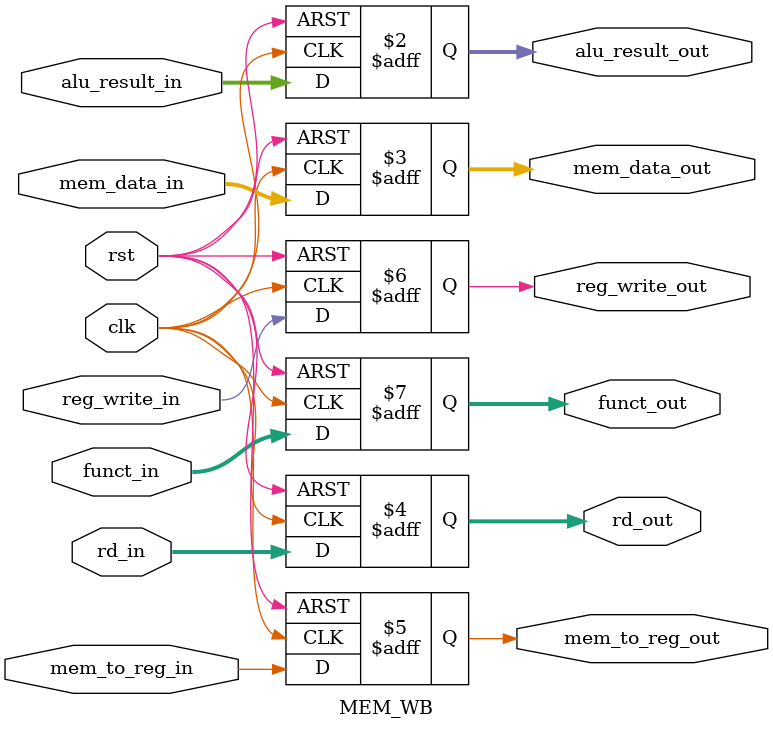
<source format=v>
`timescale 1ns/1ps
module MEM_WB (
    input  wire        clk,
    input  wire        rst,
    input  wire [15:0] alu_result_in,
    input  wire [15:0] mem_data_in,
    input  wire [2:0]  rd_in,
    input  wire        mem_to_reg_in,
    input  wire        reg_write_in,
    input  wire [2:0]  funct_in,

    output reg [15:0]  alu_result_out,
    output reg [15:0]  mem_data_out,
    output reg [2:0]   rd_out,
    output reg         mem_to_reg_out,
    output reg         reg_write_out,
    output reg [2:0]   funct_out
);
    always @(posedge clk or posedge rst) begin
        if (rst) begin
            alu_result_out  <= 16'b0;
            mem_data_out    <= 16'b0;
            rd_out          <= 3'b0;
            mem_to_reg_out  <= 1'b0;
            reg_write_out   <= 1'b0;
            funct_out       <= 3'b0;
        end else begin
            alu_result_out  <= alu_result_in;
            mem_data_out    <= mem_data_in;
            rd_out          <= rd_in;
            mem_to_reg_out  <= mem_to_reg_in;
            reg_write_out   <= reg_write_in;
            funct_out       <= funct_in;
        end
    end
endmodule


</source>
